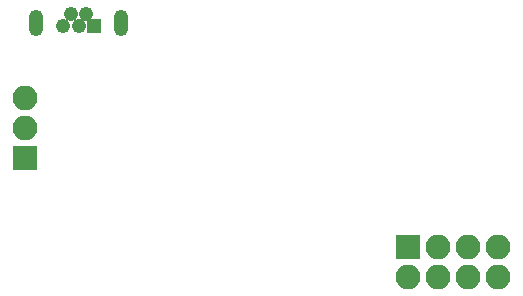
<source format=gbs>
G04 #@! TF.FileFunction,Soldermask,Bot*
%FSLAX46Y46*%
G04 Gerber Fmt 4.6, Leading zero omitted, Abs format (unit mm)*
G04 Created by KiCad (PCBNEW 4.0.7) date 01/11/18 16:58:58*
%MOMM*%
%LPD*%
G01*
G04 APERTURE LIST*
%ADD10C,0.100000*%
%ADD11R,1.240000X1.240000*%
%ADD12C,1.240000*%
%ADD13O,1.250000X2.250000*%
%ADD14R,2.100000X2.100000*%
%ADD15O,2.100000X2.100000*%
G04 APERTURE END LIST*
D10*
D11*
X120695000Y-89900000D03*
D12*
X120045000Y-88900000D03*
X119395000Y-89900000D03*
X118745000Y-88900000D03*
X118095000Y-89900000D03*
D13*
X122970000Y-89680000D03*
X115820000Y-89680000D03*
D14*
X147320000Y-108585000D03*
D15*
X147320000Y-111125000D03*
X149860000Y-108585000D03*
X149860000Y-111125000D03*
X152400000Y-108585000D03*
X152400000Y-111125000D03*
X154940000Y-108585000D03*
X154940000Y-111125000D03*
D14*
X114841000Y-101082000D03*
D15*
X114841000Y-98542000D03*
X114841000Y-96002000D03*
M02*

</source>
